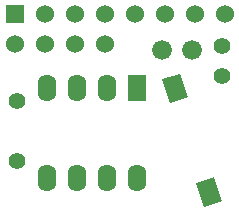
<source format=gts>
G04 (created by PCBNEW (2013-07-07 BZR 4022)-stable) date 15/01/2015 15:50:08*
%MOIN*%
G04 Gerber Fmt 3.4, Leading zero omitted, Abs format*
%FSLAX34Y34*%
G01*
G70*
G90*
G04 APERTURE LIST*
%ADD10C,0.00590551*%
%ADD11R,0.06X0.06*%
%ADD12C,0.06*%
%ADD13R,0.062X0.09*%
%ADD14O,0.062X0.09*%
%ADD15C,0.055*%
%ADD16C,0.066*%
G04 APERTURE END LIST*
G54D10*
G54D11*
X42680Y-25000D03*
G54D12*
X48680Y-25000D03*
X43680Y-25000D03*
X49680Y-25000D03*
X44680Y-25000D03*
X45680Y-25000D03*
X46680Y-25000D03*
X47680Y-25000D03*
X45680Y-26000D03*
X44680Y-26000D03*
X43680Y-26000D03*
X42680Y-26000D03*
G54D13*
X46750Y-27450D03*
G54D14*
X45750Y-27450D03*
X44750Y-27450D03*
X43750Y-27450D03*
X43750Y-30450D03*
X44750Y-30450D03*
X45750Y-30450D03*
X46750Y-30450D03*
G54D15*
X42750Y-29900D03*
X42750Y-27900D03*
X49606Y-27074D03*
X49606Y-26074D03*
G54D16*
X48600Y-26200D03*
X47600Y-26200D03*
G54D10*
G36*
X47594Y-27173D02*
X48193Y-26979D01*
X48450Y-27769D01*
X47850Y-27963D01*
X47594Y-27173D01*
X47594Y-27173D01*
G37*
G36*
X48719Y-30637D02*
X49318Y-30442D01*
X49575Y-31232D01*
X48976Y-31427D01*
X48719Y-30637D01*
X48719Y-30637D01*
G37*
M02*

</source>
